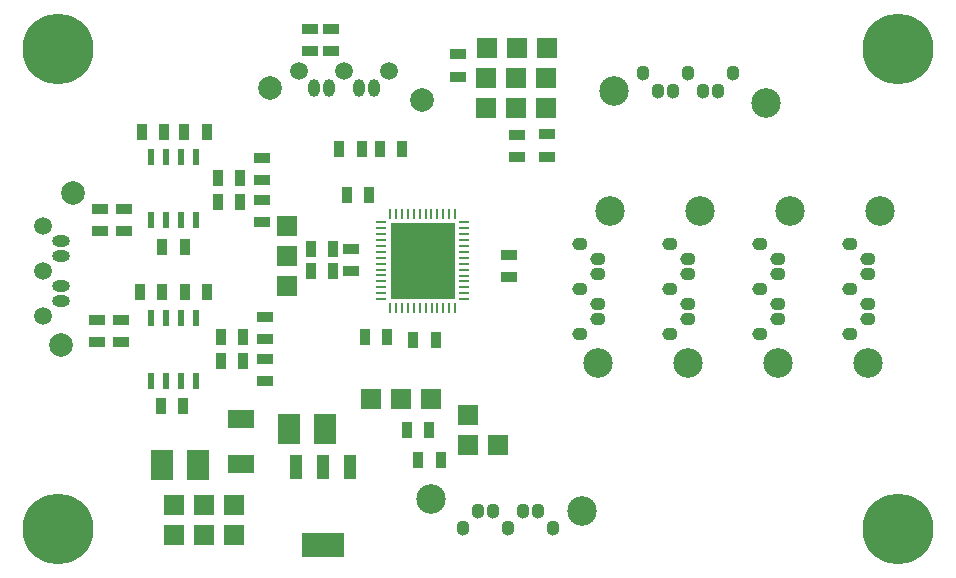
<source format=gbs>
%FSLAX34Y34*%
G04 Gerber Fmt 3.4, Leading zero omitted, Abs format*
G04 (created by PCBNEW (2014-jan-25)-product) date Wed 19 Mar 2014 12:35:52 CET*
%MOIN*%
G01*
G70*
G90*
G04 APERTURE LIST*
%ADD10C,0.005906*%
%ADD11R,0.035000X0.055000*%
%ADD12R,0.076800X0.098400*%
%ADD13R,0.055000X0.035000*%
%ADD14C,0.078740*%
%ADD15O,0.059055X0.039370*%
%ADD16C,0.059055*%
%ADD17R,0.065000X0.065000*%
%ADD18O,0.039370X0.059055*%
%ADD19R,0.023600X0.055100*%
%ADD20R,0.144000X0.080000*%
%ADD21R,0.040000X0.080000*%
%ADD22R,0.035433X0.009843*%
%ADD23R,0.009843X0.035433*%
%ADD24C,0.236220*%
%ADD25R,0.086600X0.063000*%
%ADD26C,0.098425*%
%ADD27O,0.051181X0.043307*%
%ADD28O,0.043307X0.051181*%
G04 APERTURE END LIST*
G54D10*
G54D11*
X43205Y-41779D03*
X43955Y-41779D03*
X43225Y-47100D03*
X43975Y-47100D03*
X43175Y-50900D03*
X42425Y-50900D03*
X43225Y-45600D03*
X42475Y-45600D03*
X50625Y-51700D03*
X51375Y-51700D03*
X42475Y-47100D03*
X41725Y-47100D03*
X42535Y-41779D03*
X41785Y-41779D03*
G54D12*
X47888Y-51665D03*
X46688Y-51665D03*
G54D11*
X48175Y-46410D03*
X47425Y-46410D03*
G54D13*
X45900Y-48675D03*
X45900Y-47925D03*
X45800Y-43375D03*
X45800Y-42625D03*
X54020Y-46615D03*
X54020Y-45865D03*
X45900Y-49325D03*
X45900Y-50075D03*
X45800Y-44025D03*
X45800Y-44775D03*
X48770Y-46415D03*
X48770Y-45665D03*
G54D11*
X49975Y-48600D03*
X49225Y-48600D03*
X48175Y-45660D03*
X47425Y-45660D03*
X50835Y-48700D03*
X51585Y-48700D03*
X49375Y-43880D03*
X48625Y-43880D03*
G54D14*
X39100Y-48868D03*
G54D15*
X39100Y-47400D03*
G54D14*
X39493Y-43817D03*
G54D15*
X39100Y-46900D03*
X39100Y-45900D03*
X39100Y-45400D03*
G54D16*
X38509Y-44900D03*
X38509Y-46400D03*
X38509Y-47900D03*
G54D17*
X44850Y-54200D03*
X43850Y-54200D03*
X42850Y-54200D03*
X42850Y-55200D03*
X43850Y-55200D03*
X44850Y-55200D03*
G54D14*
X46071Y-40320D03*
G54D18*
X47540Y-40320D03*
G54D14*
X51122Y-40713D03*
G54D18*
X48040Y-40320D03*
X49040Y-40320D03*
X49540Y-40320D03*
G54D16*
X50040Y-39729D03*
X48540Y-39729D03*
X47040Y-39729D03*
G54D17*
X53275Y-40975D03*
X53275Y-39975D03*
X52660Y-51220D03*
X52660Y-52220D03*
X55275Y-40975D03*
X55275Y-39975D03*
X54275Y-40975D03*
X54275Y-39975D03*
G54D13*
X40300Y-48775D03*
X40300Y-48025D03*
X41100Y-48775D03*
X41100Y-48025D03*
X41200Y-44325D03*
X41200Y-45075D03*
X40400Y-44325D03*
X40400Y-45075D03*
G54D11*
X45175Y-48600D03*
X44425Y-48600D03*
X45175Y-49400D03*
X44425Y-49400D03*
X45075Y-43300D03*
X44325Y-43300D03*
X45075Y-44100D03*
X44325Y-44100D03*
G54D13*
X47400Y-38325D03*
X47400Y-39075D03*
G54D11*
X49125Y-42350D03*
X48375Y-42350D03*
G54D13*
X48100Y-38325D03*
X48100Y-39075D03*
G54D11*
X49725Y-42350D03*
X50475Y-42350D03*
G54D19*
X42078Y-44716D03*
X42078Y-42616D03*
X42578Y-44716D03*
X43078Y-44716D03*
X43578Y-44716D03*
X42578Y-42616D03*
X43078Y-42616D03*
X43578Y-42616D03*
G54D20*
X47826Y-55538D03*
G54D21*
X47826Y-52938D03*
X48726Y-52938D03*
X46926Y-52938D03*
G54D22*
X52524Y-44787D03*
X49769Y-44786D03*
X52524Y-47346D03*
X49769Y-47345D03*
X49769Y-47148D03*
X49769Y-46951D03*
X49769Y-46754D03*
X49769Y-46557D03*
X49769Y-46361D03*
X49769Y-46164D03*
X49769Y-45967D03*
X49769Y-45770D03*
X49769Y-45573D03*
X49769Y-45376D03*
X49769Y-45179D03*
X49769Y-44983D03*
X52524Y-46559D03*
X52524Y-46755D03*
X52524Y-46952D03*
X52524Y-47149D03*
G54D23*
X50852Y-44491D03*
X51048Y-44491D03*
X51245Y-44491D03*
X51442Y-44491D03*
X51639Y-44491D03*
X51836Y-44491D03*
X52033Y-44491D03*
X52230Y-44491D03*
G54D10*
G36*
X50082Y-47336D02*
X50082Y-44796D01*
X52212Y-44796D01*
X52212Y-47336D01*
X50082Y-47336D01*
X50082Y-47336D01*
G37*
G54D23*
X50065Y-44491D03*
X50262Y-44491D03*
X50459Y-44491D03*
X50655Y-44491D03*
G54D22*
X52524Y-44984D03*
X52525Y-45181D03*
X52525Y-45377D03*
X52525Y-45574D03*
X52525Y-45771D03*
X52525Y-45968D03*
X52525Y-46165D03*
X52525Y-46362D03*
G54D23*
X52230Y-47640D03*
X52033Y-47640D03*
X51836Y-47640D03*
X51640Y-47640D03*
X51443Y-47640D03*
X51246Y-47640D03*
X51049Y-47640D03*
X50852Y-47640D03*
X50655Y-47640D03*
X50458Y-47640D03*
X50262Y-47640D03*
X50065Y-47640D03*
G54D12*
X43675Y-52875D03*
X42475Y-52875D03*
G54D19*
X42088Y-50063D03*
X42088Y-47963D03*
X42588Y-50063D03*
X43088Y-50063D03*
X43588Y-50063D03*
X42588Y-47963D03*
X43088Y-47963D03*
X43588Y-47963D03*
G54D24*
X39000Y-55000D03*
X39000Y-39000D03*
X67000Y-55000D03*
X67000Y-39000D03*
G54D25*
X45100Y-51352D03*
X45100Y-52848D03*
G54D17*
X49420Y-50680D03*
X50420Y-50680D03*
X51420Y-50680D03*
X46620Y-44900D03*
X46620Y-45900D03*
X46620Y-46900D03*
X53280Y-38980D03*
X54280Y-38980D03*
X55280Y-38980D03*
G54D13*
X52319Y-39185D03*
X52319Y-39935D03*
G54D11*
X51005Y-52720D03*
X51755Y-52720D03*
G54D13*
X55300Y-42595D03*
X55300Y-41845D03*
X54279Y-42615D03*
X54279Y-41865D03*
G54D17*
X53660Y-52220D03*
G54D26*
X57000Y-49468D03*
G54D27*
X57000Y-48000D03*
G54D26*
X57393Y-44417D03*
G54D27*
X57000Y-47500D03*
X57000Y-46500D03*
X57000Y-46000D03*
X56409Y-45500D03*
X56409Y-47000D03*
X56409Y-48500D03*
G54D26*
X60000Y-49468D03*
G54D27*
X60000Y-48000D03*
G54D26*
X60393Y-44417D03*
G54D27*
X60000Y-47500D03*
X60000Y-46500D03*
X60000Y-46000D03*
X59409Y-45500D03*
X59409Y-47000D03*
X59409Y-48500D03*
G54D26*
X63000Y-49468D03*
G54D27*
X63000Y-48000D03*
G54D26*
X63393Y-44417D03*
G54D27*
X63000Y-47500D03*
X63000Y-46500D03*
X63000Y-46000D03*
X62409Y-45500D03*
X62409Y-47000D03*
X62409Y-48500D03*
G54D26*
X66000Y-49468D03*
G54D27*
X66000Y-48000D03*
G54D26*
X66393Y-44417D03*
G54D27*
X66000Y-47500D03*
X66000Y-46500D03*
X66000Y-46000D03*
X65409Y-45500D03*
X65409Y-47000D03*
X65409Y-48500D03*
G54D26*
X57531Y-40400D03*
G54D28*
X59000Y-40400D03*
G54D26*
X62582Y-40793D03*
G54D28*
X59500Y-40400D03*
X60500Y-40400D03*
X61000Y-40400D03*
X61500Y-39809D03*
X60000Y-39809D03*
X58500Y-39809D03*
G54D26*
X56468Y-54400D03*
G54D28*
X55000Y-54400D03*
G54D26*
X51417Y-54006D03*
G54D28*
X54500Y-54400D03*
X53500Y-54400D03*
X53000Y-54400D03*
X52500Y-54990D03*
X54000Y-54990D03*
X55500Y-54990D03*
M02*

</source>
